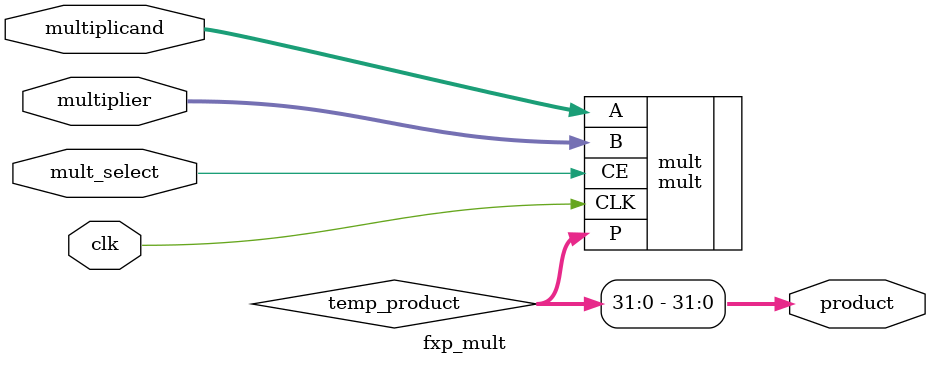
<source format=sv>
`timescale 1ns / 1ps


module fxp_mult #(parameter DATA_WIDTH = 32, FRACTIONAL = 0) (
input wire clk,
input wire mult_select,
input wire [DATA_WIDTH-1:0] multiplicand,
input wire [DATA_WIDTH-1:0] multiplier,
output wire [DATA_WIDTH-1:0] product
    );

wire [DATA_WIDTH*2-1:0] temp_product;

mult mult (.A(multiplicand), .B(multiplier), .CE(mult_select), .CLK(clk), .P(temp_product));

assign product = temp_product >>> FRACTIONAL;    
    


endmodule
</source>
